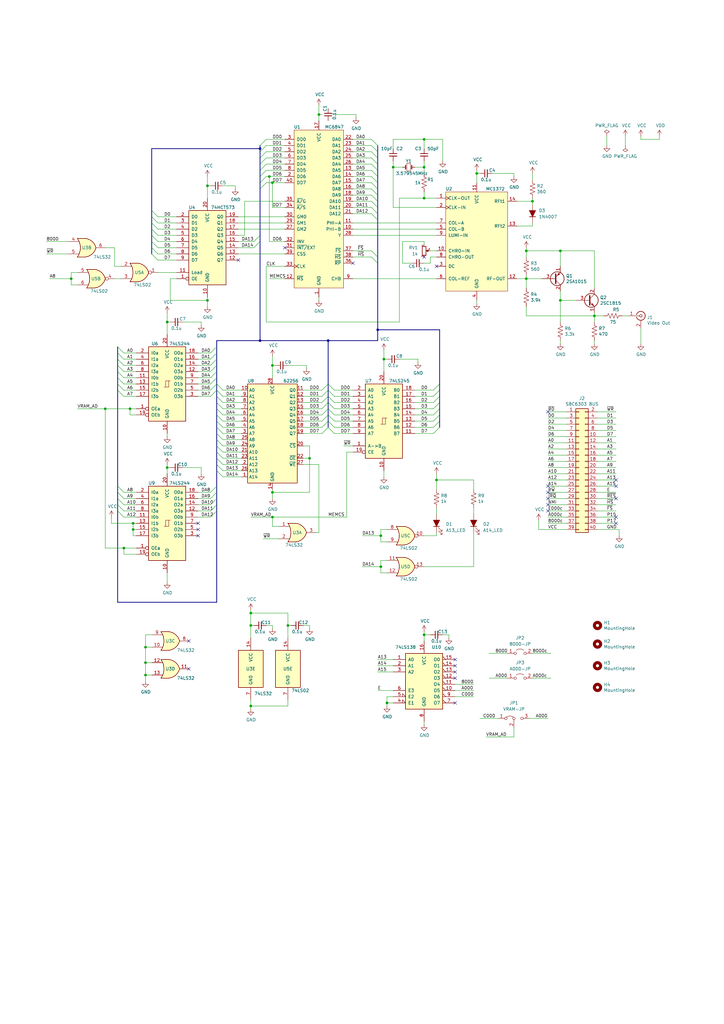
<source format=kicad_sch>
(kicad_sch (version 20211123) (generator eeschema)
  (paper "A3" portrait)
  (title_block (title "MC6847 Video Board for SBC68xx ") (date "2020-08-25") (rev "1") (company "KUNI-NET"))
  (junction (at 229.87 123.19))
  (junction (at 173.99 68.58))
  (junction (at 179.07 196.85))
  (junction (at 134.62 139.7))
  (junction (at 154.94 135.255))
  (junction (at 68.58 191.77))
  (junction (at 215.9 102.87))
  (junction (at 130.81 46.99))
  (junction (at 158.75 288.29))
  (junction (at 157.48 147.32))
  (junction (at 106.68 60.96))
  (junction (at 43.18 167.64))
  (junction (at 59.69 271.78))
  (junction (at 106.68 139.7))
  (junction (at 111.76 212.09))
  (junction (at 218.44 82.55))
  (junction (at 215.9 114.3))
  (junction (at 156.21 219.71))
  (junction (at 29.21 114.3))
  (junction (at 68.58 132.08))
  (junction (at 110.49 72.39))
  (junction (at 111.76 149.86))
  (junction (at 85.09 76.2))
  (junction (at 111.76 74.93))
  (junction (at 229.87 102.87))
  (junction (at 50.8 224.79))
  (junction (at 54.61 217.17))
  (junction (at 243.84 129.54))
  (junction (at 59.69 276.86))
  (junction (at 156.21 232.41))
  (junction (at 195.58 71.12))
  (junction (at 85.09 123.19))
  (junction (at 102.87 251.46))
  (junction (at 127 187.96))
  (junction (at 59.69 265.43))
  (junction (at 161.29 68.58))
  (junction (at 173.99 81.28))
  (junction (at 54.61 214.63))
  (junction (at 173.99 57.15))
  (junction (at 102.87 289.56))
  (junction (at 53.34 167.64))
  (junction (at 173.99 260.35))
  (junction (at 118.11 256.54))
  (junction (at 111.76 201.93))
  (junction (at 102.87 256.54))
  (no_connect (at 186.69 275.59))
  (no_connect (at 252.73 204.47))
  (no_connect (at 224.79 201.93))
  (no_connect (at 81.28 214.63))
  (no_connect (at 186.69 278.13))
  (no_connect (at 224.79 209.55))
  (no_connect (at 186.69 288.29))
  (no_connect (at 77.47 262.89))
  (no_connect (at 252.73 199.39))
  (no_connect (at 77.47 274.32))
  (no_connect (at 252.73 196.85))
  (no_connect (at 186.69 273.05))
  (no_connect (at 81.28 217.17))
  (no_connect (at 97.79 106.68))
  (no_connect (at 173.99 105.41))
  (no_connect (at 224.79 207.01))
  (no_connect (at 224.79 199.39))
  (no_connect (at 224.79 168.91))
  (no_connect (at 224.79 204.47))
  (no_connect (at 144.78 107.95))
  (no_connect (at 186.69 270.51))
  (no_connect (at 116.84 101.6))
  (no_connect (at 179.07 109.22))
  (no_connect (at 252.73 214.63))
  (no_connect (at 81.28 219.71))
  (no_connect (at 252.73 212.09))
  (bus_entry (at 86.36 144.78) (size 2.54 -2.54))
  (bus_entry (at 86.36 162.56) (size 2.54 -2.54))
  (bus_entry (at 88.9 157.48) (size 2.54 2.54))
  (bus_entry (at 88.9 177.8) (size 2.54 2.54))
  (bus_entry (at 88.9 180.34) (size 2.54 2.54))
  (bus_entry (at 134.62 172.72) (size 2.54 2.54))
  (bus_entry (at 177.8 167.64) (size 2.54 -2.54))
  (bus_entry (at 134.62 175.26) (size 2.54 2.54))
  (bus_entry (at 152.4 72.39) (size 2.54 2.54))
  (bus_entry (at 48.26 152.4) (size 2.54 2.54))
  (bus_entry (at 152.4 87.63) (size 2.54 2.54))
  (bus_entry (at 86.36 147.32) (size 2.54 -2.54))
  (bus_entry (at 62.23 88.9) (size 2.54 2.54))
  (bus_entry (at 177.8 170.18) (size 2.54 -2.54))
  (bus_entry (at 86.36 204.47) (size 2.54 -2.54))
  (bus_entry (at 132.08 170.18) (size 2.54 -2.54))
  (bus_entry (at 177.8 165.1) (size 2.54 -2.54))
  (bus_entry (at 88.9 190.5) (size 2.54 2.54))
  (bus_entry (at 88.9 167.64) (size 2.54 2.54))
  (bus_entry (at 62.23 91.44) (size 2.54 2.54))
  (bus_entry (at 86.36 207.01) (size 2.54 -2.54))
  (bus_entry (at 62.23 104.14) (size 2.54 2.54))
  (bus_entry (at 86.36 212.09) (size 2.54 -2.54))
  (bus_entry (at 48.26 209.55) (size 2.54 2.54))
  (bus_entry (at 48.26 157.48) (size 2.54 2.54))
  (bus_entry (at 88.9 175.26) (size 2.54 2.54))
  (bus_entry (at 152.4 80.01) (size 2.54 2.54))
  (bus_entry (at 177.8 160.02) (size 2.54 -2.54))
  (bus_entry (at 104.14 99.06) (size 2.54 -2.54))
  (bus_entry (at 152.4 62.23) (size 2.54 2.54))
  (bus_entry (at 106.68 77.47) (size 2.54 -2.54))
  (bus_entry (at 62.23 99.06) (size 2.54 2.54))
  (bus_entry (at 62.23 101.6) (size 2.54 2.54))
  (bus_entry (at 88.9 185.42) (size 2.54 2.54))
  (bus_entry (at 88.9 160.02) (size 2.54 2.54))
  (bus_entry (at 106.68 64.77) (size 2.54 -2.54))
  (bus_entry (at 177.8 175.26) (size 2.54 -2.54))
  (bus_entry (at 152.4 69.85) (size 2.54 2.54))
  (bus_entry (at 134.62 162.56) (size 2.54 2.54))
  (bus_entry (at 48.26 154.94) (size 2.54 2.54))
  (bus_entry (at 106.68 72.39) (size 2.54 -2.54))
  (bus_entry (at 177.8 172.72) (size 2.54 -2.54))
  (bus_entry (at 48.26 201.93) (size 2.54 2.54))
  (bus_entry (at 62.23 86.36) (size 2.54 2.54))
  (bus_entry (at 132.08 177.8) (size 2.54 -2.54))
  (bus_entry (at 48.26 147.32) (size 2.54 2.54))
  (bus_entry (at 48.26 160.02) (size 2.54 2.54))
  (bus_entry (at 132.08 175.26) (size 2.54 -2.54))
  (bus_entry (at 106.68 74.93) (size 2.54 -2.54))
  (bus_entry (at 48.26 199.39) (size 2.54 2.54))
  (bus_entry (at 88.9 193.04) (size 2.54 2.54))
  (bus_entry (at 104.14 101.6) (size 2.54 -2.54))
  (bus_entry (at 152.4 57.15) (size 2.54 2.54))
  (bus_entry (at 134.62 165.1) (size 2.54 2.54))
  (bus_entry (at 152.4 59.69) (size 2.54 2.54))
  (bus_entry (at 88.9 170.18) (size 2.54 2.54))
  (bus_entry (at 86.36 209.55) (size 2.54 -2.54))
  (bus_entry (at 177.8 177.8) (size 2.54 -2.54))
  (bus_entry (at 152.4 64.77) (size 2.54 2.54))
  (bus_entry (at 134.62 157.48) (size 2.54 2.54))
  (bus_entry (at 62.23 96.52) (size 2.54 2.54))
  (bus_entry (at 177.8 162.56) (size 2.54 -2.54))
  (bus_entry (at 88.9 162.56) (size 2.54 2.54))
  (bus_entry (at 132.08 165.1) (size 2.54 -2.54))
  (bus_entry (at 152.4 67.31) (size 2.54 2.54))
  (bus_entry (at 106.68 59.69) (size 2.54 -2.54))
  (bus_entry (at 134.62 160.02) (size 2.54 2.54))
  (bus_entry (at 152.4 74.93) (size 2.54 2.54))
  (bus_entry (at 106.68 69.85) (size 2.54 -2.54))
  (bus_entry (at 132.08 160.02) (size 2.54 -2.54))
  (bus_entry (at 106.68 67.31) (size 2.54 -2.54))
  (bus_entry (at 48.26 204.47) (size 2.54 2.54))
  (bus_entry (at 62.23 93.98) (size 2.54 2.54))
  (bus_entry (at 152.4 77.47) (size 2.54 2.54))
  (bus_entry (at 152.4 105.41) (size 2.54 2.54))
  (bus_entry (at 152.4 102.87) (size 2.54 2.54))
  (bus_entry (at 152.4 82.55) (size 2.54 2.54))
  (bus_entry (at 88.9 165.1) (size 2.54 2.54))
  (bus_entry (at 106.68 62.23) (size 2.54 -2.54))
  (bus_entry (at 86.36 157.48) (size 2.54 -2.54))
  (bus_entry (at 86.36 154.94) (size 2.54 -2.54))
  (bus_entry (at 48.26 144.78) (size 2.54 2.54))
  (bus_entry (at 48.26 207.01) (size 2.54 2.54))
  (bus_entry (at 48.26 142.24) (size 2.54 2.54))
  (bus_entry (at 86.36 201.93) (size 2.54 -2.54))
  (bus_entry (at 88.9 187.96) (size 2.54 2.54))
  (bus_entry (at 88.9 172.72) (size 2.54 2.54))
  (bus_entry (at 132.08 167.64) (size 2.54 -2.54))
  (bus_entry (at 132.08 162.56) (size 2.54 -2.54))
  (bus_entry (at 48.26 149.86) (size 2.54 2.54))
  (bus_entry (at 152.4 85.09) (size 2.54 2.54))
  (bus_entry (at 132.08 172.72) (size 2.54 -2.54))
  (bus_entry (at 88.9 182.88) (size 2.54 2.54))
  (bus_entry (at 134.62 170.18) (size 2.54 2.54))
  (bus_entry (at 86.36 152.4) (size 2.54 -2.54))
  (bus_entry (at 134.62 167.64) (size 2.54 2.54))
  (bus_entry (at 86.36 160.02) (size 2.54 -2.54))
  (bus_entry (at 86.36 149.86) (size 2.54 -2.54))
  (wire (pts (xy 194.31 232.41) (xy 173.99 232.41)))
  (wire (pts (xy 148.59 219.71) (xy 156.21 219.71)))
  (wire (pts (xy 144.78 80.01) (xy 152.4 80.01)))
  (wire (pts (xy 110.49 99.06) (xy 110.49 72.39)))
  (bus (pts (xy 180.34 170.18) (xy 180.34 172.72)))
  (wire (pts (xy 173.99 57.15) (xy 173.99 60.96)))
  (wire (pts (xy 229.87 102.87) (xy 229.87 109.22)))
  (wire (pts (xy 91.44 195.58) (xy 99.06 195.58)))
  (bus (pts (xy 88.9 157.48) (xy 88.9 160.02)))
  (wire (pts (xy 200.66 267.97) (xy 208.28 267.97)))
  (wire (pts (xy 124.46 170.18) (xy 132.08 170.18)))
  (wire (pts (xy 137.16 46.99) (xy 146.05 46.99)))
  (wire (pts (xy 243.84 129.54) (xy 243.84 132.08)))
  (bus (pts (xy 88.9 147.32) (xy 88.9 149.86)))
  (wire (pts (xy 245.11 209.55) (xy 252.73 209.55)))
  (bus (pts (xy 48.26 149.86) (xy 48.26 152.4)))
  (wire (pts (xy 54.61 214.63) (xy 54.61 217.17)))
  (wire (pts (xy 245.11 168.91) (xy 252.73 168.91)))
  (wire (pts (xy 124.46 160.02) (xy 132.08 160.02)))
  (wire (pts (xy 81.28 160.02) (xy 86.36 160.02)))
  (wire (pts (xy 118.11 251.46) (xy 118.11 256.54)))
  (bus (pts (xy 88.9 185.42) (xy 88.9 187.96)))
  (wire (pts (xy 186.69 285.75) (xy 194.31 285.75)))
  (wire (pts (xy 102.87 251.46) (xy 118.11 251.46)))
  (bus (pts (xy 88.9 139.7) (xy 88.9 142.24)))
  (wire (pts (xy 91.44 185.42) (xy 99.06 185.42)))
  (wire (pts (xy 173.99 57.15) (xy 181.61 57.15)))
  (wire (pts (xy 215.9 113.03) (xy 215.9 114.3)))
  (wire (pts (xy 173.99 81.28) (xy 179.07 81.28)))
  (wire (pts (xy 154.94 270.51) (xy 161.29 270.51)))
  (wire (pts (xy 224.79 189.23) (xy 232.41 189.23)))
  (wire (pts (xy 210.82 298.45) (xy 210.82 302.26)))
  (bus (pts (xy 88.9 177.8) (xy 88.9 180.34)))
  (wire (pts (xy 111.76 215.9) (xy 114.3 215.9)))
  (wire (pts (xy 245.11 207.01) (xy 252.73 207.01)))
  (wire (pts (xy 220.98 217.17) (xy 232.41 217.17)))
  (wire (pts (xy 46.99 114.3) (xy 49.53 114.3)))
  (wire (pts (xy 179.07 219.71) (xy 179.07 218.44)))
  (wire (pts (xy 91.44 160.02) (xy 99.06 160.02)))
  (wire (pts (xy 109.22 64.77) (xy 116.84 64.77)))
  (wire (pts (xy 137.16 170.18) (xy 144.78 170.18)))
  (wire (pts (xy 64.77 99.06) (xy 72.39 99.06)))
  (bus (pts (xy 180.34 172.72) (xy 180.34 175.26)))
  (wire (pts (xy 64.77 91.44) (xy 72.39 91.44)))
  (wire (pts (xy 215.9 125.73) (xy 215.9 129.54)))
  (wire (pts (xy 196.85 294.64) (xy 204.47 294.64)))
  (wire (pts (xy 173.99 78.74) (xy 173.99 81.28)))
  (bus (pts (xy 154.94 69.85) (xy 154.94 72.39)))
  (wire (pts (xy 243.84 129.54) (xy 247.65 129.54)))
  (bus (pts (xy 88.9 204.47) (xy 88.9 207.01)))
  (wire (pts (xy 102.87 289.56) (xy 118.11 289.56)))
  (bus (pts (xy 154.94 64.77) (xy 154.94 67.31)))
  (bus (pts (xy 88.9 175.26) (xy 88.9 177.8)))
  (bus (pts (xy 106.68 77.47) (xy 106.68 96.52)))
  (wire (pts (xy 176.53 107.95) (xy 176.53 105.41)))
  (wire (pts (xy 179.07 196.85) (xy 194.31 196.85)))
  (wire (pts (xy 245.11 214.63) (xy 252.73 214.63)))
  (wire (pts (xy 161.29 66.04) (xy 161.29 68.58)))
  (wire (pts (xy 181.61 260.35) (xy 184.15 260.35)))
  (wire (pts (xy 144.78 77.47) (xy 152.4 77.47)))
  (bus (pts (xy 88.9 149.86) (xy 88.9 152.4)))
  (wire (pts (xy 91.44 190.5) (xy 99.06 190.5)))
  (wire (pts (xy 59.69 271.78) (xy 59.69 265.43)))
  (wire (pts (xy 130.81 190.5) (xy 130.81 218.44)))
  (bus (pts (xy 48.26 201.93) (xy 48.26 204.47)))
  (wire (pts (xy 59.69 276.86) (xy 59.69 271.78)))
  (bus (pts (xy 154.94 107.95) (xy 154.94 135.255)))
  (wire (pts (xy 224.79 204.47) (xy 232.41 204.47)))
  (wire (pts (xy 91.44 182.88) (xy 99.06 182.88)))
  (bus (pts (xy 134.62 170.18) (xy 134.62 172.72)))
  (wire (pts (xy 72.39 114.3) (xy 69.85 114.3)))
  (bus (pts (xy 48.26 160.02) (xy 48.26 199.39)))
  (bus (pts (xy 180.34 160.02) (xy 180.34 162.56)))
  (wire (pts (xy 170.18 170.18) (xy 177.8 170.18)))
  (wire (pts (xy 144.78 96.52) (xy 179.07 96.52)))
  (wire (pts (xy 59.69 279.4) (xy 59.69 276.86)))
  (bus (pts (xy 154.94 135.255) (xy 154.94 139.7)))
  (wire (pts (xy 102.87 251.46) (xy 102.87 256.54)))
  (wire (pts (xy 74.93 132.08) (xy 82.55 132.08)))
  (wire (pts (xy 124.46 187.96) (xy 127 187.96)))
  (wire (pts (xy 137.16 175.26) (xy 144.78 175.26)))
  (wire (pts (xy 163.83 147.32) (xy 171.45 147.32)))
  (wire (pts (xy 144.78 85.09) (xy 152.4 85.09)))
  (wire (pts (xy 245.11 199.39) (xy 252.73 199.39)))
  (wire (pts (xy 217.17 294.64) (xy 224.79 294.64)))
  (wire (pts (xy 157.48 143.51) (xy 157.48 147.32)))
  (bus (pts (xy 48.26 154.94) (xy 48.26 157.48)))
  (bus (pts (xy 88.9 167.64) (xy 88.9 170.18)))
  (wire (pts (xy 173.99 99.06) (xy 173.99 100.33)))
  (wire (pts (xy 111.76 146.05) (xy 111.76 149.86)))
  (wire (pts (xy 144.78 91.44) (xy 179.07 91.44)))
  (wire (pts (xy 165.1 99.06) (xy 165.1 107.95)))
  (bus (pts (xy 154.94 80.01) (xy 154.94 82.55)))
  (wire (pts (xy 158.75 288.29) (xy 161.29 288.29)))
  (wire (pts (xy 229.87 123.19) (xy 229.87 132.08)))
  (wire (pts (xy 229.87 119.38) (xy 229.87 123.19)))
  (bus (pts (xy 88.9 139.7) (xy 106.68 139.7)))
  (wire (pts (xy 109.22 256.54) (xy 111.76 256.54)))
  (bus (pts (xy 62.23 60.96) (xy 62.23 86.36)))
  (wire (pts (xy 81.28 207.01) (xy 86.36 207.01)))
  (bus (pts (xy 48.26 144.78) (xy 48.26 147.32)))
  (bus (pts (xy 62.23 91.44) (xy 62.23 93.98)))
  (wire (pts (xy 118.11 287.02) (xy 118.11 289.56)))
  (bus (pts (xy 48.26 207.01) (xy 48.26 209.55)))
  (wire (pts (xy 91.44 177.8) (xy 99.06 177.8)))
  (wire (pts (xy 109.22 69.85) (xy 116.84 69.85)))
  (wire (pts (xy 215.9 102.87) (xy 229.87 102.87)))
  (wire (pts (xy 142.24 185.42) (xy 142.24 212.09)))
  (wire (pts (xy 81.28 201.93) (xy 86.36 201.93)))
  (bus (pts (xy 106.68 67.31) (xy 106.68 69.85)))
  (bus (pts (xy 62.23 88.9) (xy 62.23 91.44)))
  (wire (pts (xy 144.78 185.42) (xy 142.24 185.42)))
  (wire (pts (xy 144.78 62.23) (xy 152.4 62.23)))
  (wire (pts (xy 156.21 222.25) (xy 158.75 222.25)))
  (wire (pts (xy 50.8 204.47) (xy 55.88 204.47)))
  (wire (pts (xy 170.18 160.02) (xy 177.8 160.02)))
  (wire (pts (xy 245.11 191.77) (xy 252.73 191.77)))
  (wire (pts (xy 81.28 204.47) (xy 86.36 204.47)))
  (bus (pts (xy 88.9 144.78) (xy 88.9 147.32)))
  (wire (pts (xy 170.18 68.58) (xy 173.99 68.58)))
  (wire (pts (xy 144.78 102.87) (xy 152.4 102.87)))
  (wire (pts (xy 109.22 59.69) (xy 116.84 59.69)))
  (wire (pts (xy 64.77 106.68) (xy 72.39 106.68)))
  (wire (pts (xy 224.79 181.61) (xy 232.41 181.61)))
  (wire (pts (xy 110.49 114.3) (xy 116.84 114.3)))
  (bus (pts (xy 180.34 162.56) (xy 180.34 165.1)))
  (wire (pts (xy 50.8 157.48) (xy 55.88 157.48)))
  (wire (pts (xy 245.11 181.61) (xy 252.73 181.61)))
  (bus (pts (xy 106.68 99.06) (xy 106.68 139.7)))
  (wire (pts (xy 158.75 229.87) (xy 156.21 229.87)))
  (wire (pts (xy 215.9 114.3) (xy 222.25 114.3)))
  (wire (pts (xy 245.11 201.93) (xy 252.73 201.93)))
  (wire (pts (xy 69.85 114.3) (xy 69.85 123.19)))
  (wire (pts (xy 195.58 123.19) (xy 195.58 124.46)))
  (wire (pts (xy 54.61 217.17) (xy 54.61 219.71)))
  (wire (pts (xy 144.78 72.39) (xy 152.4 72.39)))
  (bus (pts (xy 106.68 139.7) (xy 134.62 139.7)))
  (wire (pts (xy 200.66 278.13) (xy 208.28 278.13)))
  (wire (pts (xy 170.18 177.8) (xy 177.8 177.8)))
  (wire (pts (xy 54.61 219.71) (xy 55.88 219.71)))
  (wire (pts (xy 195.58 69.85) (xy 195.58 71.12)))
  (wire (pts (xy 127 256.54) (xy 127 257.81)))
  (wire (pts (xy 215.9 102.87) (xy 215.9 105.41)))
  (wire (pts (xy 229.87 123.19) (xy 236.22 123.19)))
  (wire (pts (xy 210.82 71.12) (xy 210.82 72.39)))
  (wire (pts (xy 158.75 288.29) (xy 158.75 289.56)))
  (wire (pts (xy 262.89 55.88) (xy 262.89 57.15)))
  (wire (pts (xy 224.79 176.53) (xy 232.41 176.53)))
  (wire (pts (xy 195.58 71.12) (xy 196.85 71.12)))
  (wire (pts (xy 62.23 276.86) (xy 59.69 276.86)))
  (wire (pts (xy 163.83 81.28) (xy 163.83 132.08)))
  (wire (pts (xy 81.28 154.94) (xy 86.36 154.94)))
  (wire (pts (xy 156.21 219.71) (xy 156.21 222.25)))
  (wire (pts (xy 224.79 191.77) (xy 232.41 191.77)))
  (wire (pts (xy 81.28 212.09) (xy 86.36 212.09)))
  (wire (pts (xy 173.99 107.95) (xy 176.53 107.95)))
  (wire (pts (xy 215.9 101.6) (xy 215.9 102.87)))
  (wire (pts (xy 224.79 194.31) (xy 232.41 194.31)))
  (wire (pts (xy 173.99 219.71) (xy 179.07 219.71)))
  (wire (pts (xy 62.23 271.78) (xy 59.69 271.78)))
  (bus (pts (xy 134.62 172.72) (xy 134.62 175.26)))
  (wire (pts (xy 173.99 295.91) (xy 173.99 297.18)))
  (wire (pts (xy 45.72 214.63) (xy 54.61 214.63)))
  (wire (pts (xy 144.78 67.31) (xy 152.4 67.31)))
  (bus (pts (xy 48.26 209.55) (xy 48.26 247.015)))
  (wire (pts (xy 195.58 71.12) (xy 195.58 74.93)))
  (wire (pts (xy 64.77 96.52) (xy 72.39 96.52)))
  (bus (pts (xy 48.26 247.015) (xy 88.9 247.015)))
  (wire (pts (xy 64.77 93.98) (xy 72.39 93.98)))
  (wire (pts (xy 68.58 132.08) (xy 68.58 137.16)))
  (bus (pts (xy 154.94 105.41) (xy 154.94 107.95)))
  (wire (pts (xy 245.11 171.45) (xy 252.73 171.45)))
  (bus (pts (xy 154.94 87.63) (xy 154.94 90.17)))
  (wire (pts (xy 102.87 289.56) (xy 102.87 290.83)))
  (wire (pts (xy 81.28 209.55) (xy 86.36 209.55)))
  (wire (pts (xy 125.73 149.86) (xy 125.73 151.13)))
  (wire (pts (xy 102.87 287.02) (xy 102.87 289.56)))
  (bus (pts (xy 62.23 99.06) (xy 62.23 101.6)))
  (wire (pts (xy 262.89 57.15) (xy 270.51 57.15)))
  (wire (pts (xy 248.92 55.88) (xy 248.92 59.69)))
  (wire (pts (xy 53.34 167.64) (xy 53.34 170.18)))
  (wire (pts (xy 110.49 72.39) (xy 116.84 72.39)))
  (wire (pts (xy 181.61 57.15) (xy 181.61 66.04)))
  (wire (pts (xy 243.84 139.7) (xy 243.84 140.97)))
  (bus (pts (xy 88.9 160.02) (xy 88.9 162.56)))
  (wire (pts (xy 262.89 134.62) (xy 262.89 140.97)))
  (wire (pts (xy 109.22 62.23) (xy 116.84 62.23)))
  (wire (pts (xy 50.8 224.79) (xy 55.88 224.79)))
  (bus (pts (xy 88.9 165.1) (xy 88.9 167.64)))
  (bus (pts (xy 154.94 72.39) (xy 154.94 74.93)))
  (wire (pts (xy 144.78 87.63) (xy 152.4 87.63)))
  (bus (pts (xy 134.62 162.56) (xy 134.62 165.1)))
  (wire (pts (xy 144.78 64.77) (xy 152.4 64.77)))
  (wire (pts (xy 81.28 144.78) (xy 86.36 144.78)))
  (wire (pts (xy 158.75 217.17) (xy 156.21 217.17)))
  (wire (pts (xy 85.09 123.19) (xy 85.09 125.73)))
  (bus (pts (xy 88.9 182.88) (xy 88.9 185.42)))
  (wire (pts (xy 130.81 43.18) (xy 130.81 46.99)))
  (wire (pts (xy 229.87 102.87) (xy 243.84 102.87)))
  (wire (pts (xy 50.8 201.93) (xy 55.88 201.93)))
  (wire (pts (xy 124.46 172.72) (xy 132.08 172.72)))
  (wire (pts (xy 85.09 72.39) (xy 85.09 76.2)))
  (wire (pts (xy 100.33 96.52) (xy 100.33 82.55)))
  (wire (pts (xy 50.8 147.32) (xy 55.88 147.32)))
  (wire (pts (xy 186.69 280.67) (xy 194.31 280.67)))
  (wire (pts (xy 29.21 114.3) (xy 29.21 116.84)))
  (wire (pts (xy 107.95 220.98) (xy 114.3 220.98)))
  (wire (pts (xy 218.44 92.71) (xy 212.09 92.71)))
  (wire (pts (xy 118.11 256.54) (xy 119.38 256.54)))
  (bus (pts (xy 154.94 74.93) (xy 154.94 77.47)))
  (bus (pts (xy 134.62 167.64) (xy 134.62 170.18)))
  (wire (pts (xy 161.29 60.96) (xy 161.29 57.15)))
  (wire (pts (xy 50.8 160.02) (xy 55.88 160.02)))
  (wire (pts (xy 55.88 217.17) (xy 54.61 217.17)))
  (wire (pts (xy 91.44 162.56) (xy 99.06 162.56)))
  (bus (pts (xy 88.9 187.96) (xy 88.9 190.5)))
  (bus (pts (xy 180.34 135.255) (xy 180.34 157.48)))
  (wire (pts (xy 243.84 102.87) (xy 243.84 118.11)))
  (wire (pts (xy 91.44 193.04) (xy 99.06 193.04)))
  (wire (pts (xy 81.28 157.48) (xy 86.36 157.48)))
  (wire (pts (xy 109.22 132.08) (xy 163.83 132.08)))
  (bus (pts (xy 106.68 64.77) (xy 106.68 67.31)))
  (wire (pts (xy 157.48 193.04) (xy 157.48 195.58)))
  (wire (pts (xy 68.58 191.77) (xy 69.85 191.77)))
  (wire (pts (xy 194.31 208.28) (xy 194.31 210.82)))
  (wire (pts (xy 64.77 88.9) (xy 72.39 88.9)))
  (wire (pts (xy 74.93 191.77) (xy 82.55 191.77)))
  (wire (pts (xy 91.44 167.64) (xy 99.06 167.64)))
  (wire (pts (xy 144.78 82.55) (xy 152.4 82.55)))
  (wire (pts (xy 224.79 209.55) (xy 232.41 209.55)))
  (bus (pts (xy 106.68 59.69) (xy 106.68 60.96)))
  (wire (pts (xy 91.44 165.1) (xy 99.06 165.1)))
  (wire (pts (xy 158.75 285.75) (xy 158.75 288.29)))
  (bus (pts (xy 180.34 165.1) (xy 180.34 167.64)))
  (wire (pts (xy 224.79 201.93) (xy 232.41 201.93)))
  (wire (pts (xy 161.29 57.15) (xy 173.99 57.15)))
  (wire (pts (xy 179.07 208.28) (xy 179.07 210.82)))
  (wire (pts (xy 97.79 91.44) (xy 116.84 91.44)))
  (bus (pts (xy 62.23 93.98) (xy 62.23 96.52)))
  (wire (pts (xy 97.79 96.52) (xy 100.33 96.52)))
  (wire (pts (xy 43.18 224.79) (xy 50.8 224.79)))
  (wire (pts (xy 179.07 102.87) (xy 176.53 102.87)))
  (bus (pts (xy 88.9 142.24) (xy 88.9 144.78)))
  (wire (pts (xy 144.78 114.3) (xy 179.07 114.3)))
  (wire (pts (xy 29.21 111.76) (xy 29.21 114.3)))
  (bus (pts (xy 62.23 86.36) (xy 62.23 88.9)))
  (bus (pts (xy 48.26 157.48) (xy 48.26 160.02)))
  (wire (pts (xy 46.99 101.6) (xy 46.99 109.22)))
  (bus (pts (xy 48.26 152.4) (xy 48.26 154.94)))
  (bus (pts (xy 62.23 101.6) (xy 62.23 104.14)))
  (bus (pts (xy 88.9 172.72) (xy 88.9 175.26)))
  (wire (pts (xy 62.23 265.43) (xy 59.69 265.43)))
  (wire (pts (xy 148.59 232.41) (xy 156.21 232.41)))
  (wire (pts (xy 43.18 101.6) (xy 46.99 101.6)))
  (wire (pts (xy 81.28 147.32) (xy 86.36 147.32)))
  (wire (pts (xy 137.16 160.02) (xy 144.78 160.02)))
  (bus (pts (xy 154.94 77.47) (xy 154.94 80.01)))
  (wire (pts (xy 91.44 76.2) (xy 96.52 76.2)))
  (wire (pts (xy 43.18 167.64) (xy 53.34 167.64)))
  (wire (pts (xy 245.11 196.85) (xy 252.73 196.85)))
  (wire (pts (xy 91.44 170.18) (xy 99.06 170.18)))
  (wire (pts (xy 68.58 190.5) (xy 68.58 191.77)))
  (wire (pts (xy 212.09 82.55) (xy 218.44 82.55)))
  (wire (pts (xy 218.44 278.13) (xy 226.06 278.13)))
  (wire (pts (xy 85.09 76.2) (xy 85.09 81.28)))
  (wire (pts (xy 154.94 275.59) (xy 161.29 275.59)))
  (wire (pts (xy 50.8 154.94) (xy 55.88 154.94)))
  (wire (pts (xy 102.87 250.19) (xy 102.87 251.46)))
  (wire (pts (xy 218.44 267.97) (xy 226.06 267.97)))
  (wire (pts (xy 127 201.93) (xy 111.76 201.93)))
  (wire (pts (xy 96.52 76.2) (xy 96.52 77.47)))
  (bus (pts (xy 48.26 204.47) (xy 48.26 207.01)))
  (wire (pts (xy 245.11 189.23) (xy 252.73 189.23)))
  (wire (pts (xy 170.18 167.64) (xy 177.8 167.64)))
  (bus (pts (xy 154.94 85.09) (xy 154.94 87.63)))
  (wire (pts (xy 130.81 121.92) (xy 130.81 123.19)))
  (wire (pts (xy 179.07 196.85) (xy 179.07 200.66)))
  (bus (pts (xy 88.9 199.39) (xy 88.9 201.93)))
  (wire (pts (xy 254 217.17) (xy 254 219.71)))
  (bus (pts (xy 48.26 142.24) (xy 48.26 144.78)))
  (bus (pts (xy 154.94 135.255) (xy 180.34 135.255)))
  (wire (pts (xy 171.45 147.32) (xy 171.45 148.59)))
  (wire (pts (xy 50.8 209.55) (xy 55.88 209.55)))
  (wire (pts (xy 218.44 82.55) (xy 218.44 83.82)))
  (wire (pts (xy 144.78 74.93) (xy 152.4 74.93)))
  (wire (pts (xy 144.78 57.15) (xy 152.4 57.15)))
  (wire (pts (xy 81.28 152.4) (xy 86.36 152.4)))
  (wire (pts (xy 62.23 260.35) (xy 59.69 260.35)))
  (wire (pts (xy 50.8 152.4) (xy 55.88 152.4)))
  (wire (pts (xy 124.46 182.88) (xy 127 182.88)))
  (wire (pts (xy 59.69 265.43) (xy 59.69 260.35)))
  (wire (pts (xy 91.44 175.26) (xy 99.06 175.26)))
  (wire (pts (xy 173.99 66.04) (xy 173.99 68.58)))
  (wire (pts (xy 68.58 191.77) (xy 68.58 194.31)))
  (wire (pts (xy 245.11 194.31) (xy 252.73 194.31)))
  (wire (pts (xy 165.1 68.58) (xy 161.29 68.58)))
  (wire (pts (xy 224.79 207.01) (xy 232.41 207.01)))
  (wire (pts (xy 220.98 213.36) (xy 220.98 217.17)))
  (wire (pts (xy 100.33 82.55) (xy 116.84 82.55)))
  (bus (pts (xy 106.68 60.96) (xy 106.68 62.23)))
  (bus (pts (xy 134.62 139.7) (xy 154.94 139.7)))
  (wire (pts (xy 118.11 256.54) (xy 118.11 261.62)))
  (bus (pts (xy 134.62 139.7) (xy 134.62 157.48)))
  (bus (pts (xy 88.9 162.56) (xy 88.9 165.1)))
  (bus (pts (xy 106.68 74.93) (xy 106.68 77.47)))
  (wire (pts (xy 215.9 129.54) (xy 243.84 129.54)))
  (wire (pts (xy 111.76 74.93) (xy 116.84 74.93)))
  (wire (pts (xy 50.8 207.01) (xy 55.88 207.01)))
  (wire (pts (xy 19.05 99.06) (xy 27.94 99.06)))
  (wire (pts (xy 176.53 105.41) (xy 179.07 105.41)))
  (wire (pts (xy 161.29 85.09) (xy 179.07 85.09)))
  (wire (pts (xy 165.1 99.06) (xy 173.99 99.06)))
  (wire (pts (xy 173.99 260.35) (xy 176.53 260.35)))
  (wire (pts (xy 194.31 196.85) (xy 194.31 200.66)))
  (wire (pts (xy 109.22 74.93) (xy 111.76 74.93)))
  (wire (pts (xy 130.81 46.99) (xy 132.08 46.99)))
  (wire (pts (xy 146.05 46.99) (xy 146.05 48.26)))
  (bus (pts (xy 88.9 193.04) (xy 88.9 199.39)))
  (wire (pts (xy 140.97 182.88) (xy 144.78 182.88)))
  (wire (pts (xy 245.11 217.17) (xy 254 217.17)))
  (wire (pts (xy 91.44 172.72) (xy 99.06 172.72)))
  (wire (pts (xy 163.83 81.28) (xy 173.99 81.28)))
  (wire (pts (xy 43.18 167.64) (xy 43.18 224.79)))
  (wire (pts (xy 127 187.96) (xy 127 201.93)))
  (wire (pts (xy 111.76 149.86) (xy 113.03 149.86)))
  (wire (pts (xy 156.21 217.17) (xy 156.21 219.71)))
  (wire (pts (xy 245.11 212.09) (xy 252.73 212.09)))
  (wire (pts (xy 124.46 177.8) (xy 132.08 177.8)))
  (wire (pts (xy 218.44 81.28) (xy 218.44 82.55)))
  (wire (pts (xy 64.77 111.76) (xy 72.39 111.76)))
  (wire (pts (xy 46.99 109.22) (xy 49.53 109.22)))
  (bus (pts (xy 154.94 67.31) (xy 154.94 69.85)))
  (wire (pts (xy 68.58 128.27) (xy 68.58 132.08)))
  (wire (pts (xy 229.87 139.7) (xy 229.87 140.97)))
  (wire (pts (xy 245.11 184.15) (xy 252.73 184.15)))
  (wire (pts (xy 156.21 234.95) (xy 158.75 234.95)))
  (wire (pts (xy 161.29 285.75) (xy 158.75 285.75)))
  (wire (pts (xy 124.46 190.5) (xy 130.81 190.5)))
  (bus (pts (xy 154.94 90.17) (xy 154.94 105.41)))
  (wire (pts (xy 68.58 177.8) (xy 68.58 179.07)))
  (wire (pts (xy 111.76 201.93) (xy 111.76 204.47)))
  (wire (pts (xy 109.22 72.39) (xy 110.49 72.39)))
  (wire (pts (xy 31.75 167.64) (xy 43.18 167.64)))
  (wire (pts (xy 165.1 107.95) (xy 168.91 107.95)))
  (wire (pts (xy 64.77 104.14) (xy 72.39 104.14)))
  (bus (pts (xy 180.34 157.48) (xy 180.34 160.02)))
  (bus (pts (xy 134.62 165.1) (xy 134.62 167.64)))
  (wire (pts (xy 173.99 68.58) (xy 173.99 71.12)))
  (wire (pts (xy 173.99 259.08) (xy 173.99 260.35)))
  (wire (pts (xy 170.18 162.56) (xy 177.8 162.56)))
  (wire (pts (xy 85.09 121.92) (xy 85.09 123.19)))
  (wire (pts (xy 29.21 116.84) (xy 31.75 116.84)))
  (wire (pts (xy 91.44 187.96) (xy 99.06 187.96)))
  (bus (pts (xy 106.68 72.39) (xy 106.68 74.93)))
  (wire (pts (xy 50.8 144.78) (xy 55.88 144.78)))
  (bus (pts (xy 88.9 180.34) (xy 88.9 182.88)))
  (wire (pts (xy 20.32 114.3) (xy 29.21 114.3)))
  (bus (pts (xy 154.94 59.69) (xy 154.94 62.23)))
  (wire (pts (xy 144.78 69.85) (xy 152.4 69.85)))
  (wire (pts (xy 157.48 147.32) (xy 157.48 152.4)))
  (wire (pts (xy 81.28 162.56) (xy 86.36 162.56)))
  (wire (pts (xy 157.48 147.32) (xy 158.75 147.32)))
  (wire (pts (xy 224.79 179.07) (xy 232.41 179.07)))
  (wire (pts (xy 215.9 114.3) (xy 215.9 118.11)))
  (bus (pts (xy 48.26 199.39) (xy 48.26 201.93)))
  (wire (pts (xy 156.21 232.41) (xy 156.21 234.95)))
  (wire (pts (xy 50.8 162.56) (xy 55.88 162.56)))
  (wire (pts (xy 170.18 165.1) (xy 177.8 165.1)))
  (wire (pts (xy 53.34 167.64) (xy 55.88 167.64)))
  (bus (pts (xy 106.68 69.85) (xy 106.68 72.39)))
  (bus (pts (xy 88.9 170.18) (xy 88.9 172.72)))
  (wire (pts (xy 161.29 68.58) (xy 161.29 85.09)))
  (wire (pts (xy 82.55 132.08) (xy 82.55 133.35)))
  (wire (pts (xy 224.79 196.85) (xy 232.41 196.85)))
  (wire (pts (xy 256.54 55.88) (xy 256.54 59.69)))
  (bus (pts (xy 88.9 247.015) (xy 88.9 209.55)))
  (wire (pts (xy 224.79 168.91) (xy 232.41 168.91)))
  (wire (pts (xy 124.46 162.56) (xy 132.08 162.56)))
  (wire (pts (xy 137.16 162.56) (xy 144.78 162.56)))
  (bus (pts (xy 62.23 96.52) (xy 62.23 99.06)))
  (wire (pts (xy 212.09 114.3) (xy 215.9 114.3)))
  (wire (pts (xy 224.79 171.45) (xy 232.41 171.45)))
  (wire (pts (xy 245.11 179.07) (xy 252.73 179.07)))
  (bus (pts (xy 88.9 154.94) (xy 88.9 157.48)))
  (wire (pts (xy 64.77 101.6) (xy 72.39 101.6)))
  (wire (pts (xy 111.76 85.09) (xy 111.76 74.93)))
  (wire (pts (xy 170.18 172.72) (xy 177.8 172.72)))
  (bus (pts (xy 88.9 201.93) (xy 88.9 204.47)))
  (wire (pts (xy 69.85 123.19) (xy 85.09 123.19)))
  (wire (pts (xy 109.22 57.15) (xy 116.84 57.15)))
  (wire (pts (xy 111.76 256.54) (xy 111.76 257.81)))
  (wire (pts (xy 109.22 109.22) (xy 116.84 109.22)))
  (wire (pts (xy 97.79 88.9) (xy 116.84 88.9)))
  (wire (pts (xy 137.16 165.1) (xy 144.78 165.1)))
  (wire (pts (xy 144.78 59.69) (xy 152.4 59.69)))
  (bus (pts (xy 154.94 62.23) (xy 154.94 64.77)))
  (wire (pts (xy 243.84 129.54) (xy 243.84 128.27)))
  (bus (pts (xy 180.34 167.64) (xy 180.34 170.18)))
  (wire (pts (xy 224.79 184.15) (xy 232.41 184.15)))
  (wire (pts (xy 245.11 204.47) (xy 252.73 204.47)))
  (bus (pts (xy 88.9 152.4) (xy 88.9 154.94)))
  (wire (pts (xy 50.8 212.09) (xy 55.88 212.09)))
  (wire (pts (xy 218.44 91.44) (xy 218.44 92.71)))
  (wire (pts (xy 173.99 260.35) (xy 173.99 262.89)))
  (wire (pts (xy 68.58 234.95) (xy 68.58 238.76)))
  (wire (pts (xy 137.16 167.64) (xy 144.78 167.64)))
  (bus (pts (xy 48.26 147.32) (xy 48.26 149.86)))
  (wire (pts (xy 170.18 175.26) (xy 177.8 175.26)))
  (wire (pts (xy 111.76 212.09) (xy 111.76 215.9)))
  (wire (pts (xy 224.79 199.39) (xy 232.41 199.39)))
  (wire (pts (xy 68.58 132.08) (xy 69.85 132.08)))
  (bus (pts (xy 88.9 190.5) (xy 88.9 193.04)))
  (wire (pts (xy 218.44 73.66) (xy 218.44 71.12)))
  (bus (pts (xy 154.94 82.55) (xy 154.94 85.09)))
  (wire (pts (xy 111.76 200.66) (xy 111.76 201.93)))
  (wire (pts (xy 111.76 149.86) (xy 111.76 154.94)))
  (wire (pts (xy 127 182.88) (xy 127 187.96)))
  (wire (pts (xy 50.8 224.79) (xy 50.8 227.33)))
  (wire (pts (xy 111.76 212.09) (xy 142.24 212.09)))
  (wire (pts (xy 19.05 104.14) (xy 27.94 104.14)))
  (wire (pts (xy 245.11 186.69) (xy 252.73 186.69)))
  (wire (pts (xy 224.79 214.63) (xy 232.41 214.63)))
  (wire (pts (xy 201.93 71.12) (xy 210.82 71.12)))
  (wire (pts (xy 53.34 170.18) (xy 55.88 170.18)))
  (wire (pts (xy 194.31 218.44) (xy 194.31 232.41)))
  (wire (pts (xy 186.69 283.21) (xy 194.31 283.21)))
  (wire (pts (xy 224.79 212.09) (xy 232.41 212.09)))
  (wire (pts (xy 245.11 173.99) (xy 252.73 173.99)))
  (wire (pts (xy 110.49 99.06) (xy 116.84 99.06)))
  (wire (pts (xy 270.51 57.15) (xy 270.51 55.88)))
  (wire (pts (xy 154.94 283.21) (xy 161.29 283.21)))
  (bus (pts (xy 106.68 60.96) (xy 62.23 60.96)))
  (wire (pts (xy 124.46 175.26) (xy 132.08 175.26)))
  (wire (pts (xy 199.39 302.26) (xy 210.82 302.26)))
  (wire (pts (xy 124.46 165.1) (xy 132.08 165.1)))
  (wire (pts (xy 224.79 186.69) (xy 232.41 186.69)))
  (wire (pts (xy 97.79 99.06) (xy 104.14 99.06)))
  (wire (pts (xy 156.21 229.87) (xy 156.21 232.41)))
  (wire (pts (xy 102.87 256.54) (xy 104.14 256.54)))
  (wire (pts (xy 184.15 260.35) (xy 184.15 261.62)))
  (wire (pts (xy 224.79 173.99) (xy 232.41 173.99)))
  (wire (pts (xy 55.88 214.63) (xy 54.61 214.63)))
  (bus (pts (xy 134.62 160.02) (xy 134.62 162.56)))
  (wire (pts (xy 118.11 149.86) (xy 125.73 149.86)))
  (bus (pts (xy 106.68 96.52) (xy 106.68 99.06)))
  (wire (pts (xy 255.27 129.54) (xy 257.81 129.54)))
  (bus (pts (xy 88.9 207.01) (xy 88.9 209.55)))
  (bus (pts (xy 134.62 157.48) (xy 134.62 160.02)))
  (wire (pts (xy 97.79 104.14) (xy 116.84 104.14)))
  (wire (pts (xy 50.8 149.86) (xy 55.88 149.86)))
  (wire (pts (xy 130.81 46.99) (xy 130.81 49.53)))
  (wire (pts (xy 111.76 85.09) (xy 116.84 85.09)))
  (wire (pts (xy 109.22 67.31) (xy 116.84 67.31)))
  (wire (pts (xy 130.81 218.44) (xy 129.54 218.44)))
  (wire (pts (xy 154.94 273.05) (xy 161.29 273.05)))
  (wire (pts (xy 137.16 172.72) (xy 144.78 172.72)))
  (wire (pts (xy 97.79 93.98) (xy 116.84 93.98)))
  (wire (pts (xy 102.87 212.09) (xy 111.76 212.09)))
  (wire (pts (xy 97.79 101.6) (xy 104.14 101.6)))
  (wire (pts (xy 85.09 76.2) (xy 86.36 76.2)))
  (wire (pts (xy 124.46 167.64) (xy 132.08 167.64)))
  (wire (pts (xy 50.8 227.33) (xy 55.88 227.33)))
  (wire (pts (xy 31.75 111.76) (xy 29.21 111.76)))
  (wire (pts (xy 124.46 256.54) (xy 127 256.54)))
  (wire (pts (xy 144.78 93.98) (xy 179.07 93.98)))
  (bus (pts (xy 106.68 62.23) (xy 106.68 64.77)))
  (wire (pts (xy 102.87 256.54) (xy 102.87 261.62)))
  (wire (pts (xy 245.11 176.53) (xy 252.73 176.53)))
  (wire (pts (xy 91.44 180.34) (xy 99.06 180.34)))
  (wire (pts (xy 144.78 105.41) (xy 152.4 105.41)))
  (wire (pts (xy 109.22 109.22) (xy 109.22 132.08)))
  (wire (pts (xy 81.28 149.86) (xy 86.36 149.86)))
  (wire (pts (xy 137.16 177.8) (xy 144.78 177.8)))
  (wire (pts (xy 45.72 212.09) (xy 45.72 214.63)))
  (wire (pts (xy 82.55 191.77) (xy 82.55 194.31)))
  (wire (pts (xy 179.07 194.31) (xy 179.07 196.85)))
  (label "8000" (at 19.05 99.06 0))
  (label "A4" (at 52.07 154.94 0))
  (label "DA7" (at 146.05 74.93 0))
  (label "DA6" (at 92.71 175.26 0))
  (label "D1" (at 172.72 162.56 0))
  (label "VRAM_AD" (at 31.75 167.64 0))
  (label "DA1" (at 92.71 162.56 0))
  (label "DA0" (at 82.55 144.78 0))
  (label "DD6" (at 111.76 99.06 0))
  (label "DD0" (at 111.76 57.15 0))
  (label "DA11" (at 146.05 85.09 0))
  (label "DD1" (at 111.76 59.69 0))
  (label "A7" (at 52.07 162.56 0))
  (label "A14" (at 154.94 273.05 0))
  (label "DA14" (at 92.71 195.58 0))
  (label "DD3" (at 139.7 167.64 0))
  (label "A11" (at 248.92 194.31 0))
  (label "DD1" (at 127 162.56 0))
  (label "D7" (at 67.31 106.68 0))
  (label "D1" (at 248.92 171.45 0))
  (label "A000" (at 219.71 294.64 0))
  (label "DA4" (at 82.55 154.94 0))
  (label "A0" (at 52.07 144.78 0))
  (label "NMI" (at 224.79 207.01 0))
  (label "DA6" (at 146.05 72.39 0))
  (label "D4" (at 172.72 170.18 0))
  (label "D0" (at 224.79 171.45 0))
  (label "DD5" (at 111.76 69.85 0))
  (label "D6" (at 172.72 175.26 0))
  (label "~{WR}" (at 248.92 168.91 0))
  (label "DA10" (at 82.55 207.01 0))
  (label "A8" (at 224.79 191.77 0))
  (label "DA3" (at 82.55 152.4 0))
  (label "E" (at 154.94 283.21 0))
  (label "A12" (at 52.07 212.09 0))
  (label "~{RD}" (at 224.79 168.91 0))
  (label "DD2" (at 139.7 165.1 0))
  (label "MEMCS" (at 110.49 114.3 0))
  (label "DA0" (at 92.71 160.02 0))
  (label "A6" (at 52.07 160.02 0))
  (label "DA8" (at 92.71 180.34 0))
  (label "A1" (at 52.07 147.32 0))
  (label "DA13" (at 99.06 99.06 0))
  (label "~{IRQ}" (at 224.79 204.47 0))
  (label "DA3" (at 92.71 167.64 0))
  (label "P15" (at 248.92 212.09 0))
  (label "A13" (at 248.92 196.85 0))
  (label "C000" (at 189.23 285.75 0))
  (label "DA9" (at 146.05 80.01 0))
  (label "A12" (at 224.79 196.85 0))
  (label "D2" (at 67.31 93.98 0))
  (label "D4" (at 67.31 99.06 0))
  (label "DD3" (at 111.76 64.77 0))
  (label "D1" (at 67.31 91.44 0))
  (label "DA4" (at 146.05 67.31 0))
  (label "A3" (at 52.07 152.4 0))
  (label "E" (at 248.92 201.93 0))
  (label "~{HS}" (at 248.92 207.01 0))
  (label "DA14" (at 148.59 232.41 0))
  (label "D4" (at 224.79 176.53 0))
  (label "~{WR}" (at 140.97 182.88 0))
  (label "A3" (at 248.92 184.15 0))
  (label "D2" (at 224.79 173.99 0))
  (label "A5" (at 52.07 157.48 0))
  (label "DD1" (at 139.7 162.56 0))
  (label "~{WR}" (at 107.95 220.98 0))
  (label "DD2" (at 111.76 62.23 0))
  (label "DA12" (at 82.55 212.09 0))
  (label "DD7" (at 111.76 85.09 0))
  (label "A7" (at 248.92 189.23 0))
  (label "DA12" (at 92.71 190.5 0))
  (label "8000c" (at 218.44 267.97 0))
  (label "D0" (at 172.72 160.02 0))
  (label "D3" (at 248.92 173.99 0))
  (label "DD6" (at 139.7 175.26 0))
  (label "DA14" (at 99.06 101.6 0))
  (label "DA9" (at 82.55 204.47 0))
  (label "DA10" (at 146.05 82.55 0))
  (label "D6" (at 67.31 104.14 0))
  (label "D2" (at 172.72 165.1 0))
  (label "DA2" (at 92.71 165.1 0))
  (label "A10" (at 224.79 194.31 0))
  (label "DA2" (at 146.05 62.23 0))
  (label "A5" (at 248.92 186.69 0))
  (label "A2" (at 52.07 149.86 0))
  (label "VRAM_AD" (at 102.87 212.09 0))
  (label "8000" (at 189.23 280.67 0))
  (label "GND" (at 248.92 217.17 0))
  (label "A15" (at 248.92 199.39 0))
  (label "D6" (at 224.79 179.07 0))
  (label "A10" (at 52.07 207.01 0))
  (label "P17" (at 248.92 214.63 0))
  (label "A9" (at 52.07 204.47 0))
  (label "DA3" (at 146.05 64.77 0))
  (label "D5" (at 172.72 172.72 0))
  (label "DD2" (at 127 165.1 0))
  (label "A14" (at 224.79 199.39 0))
  (label "A8" (at 20.32 114.3 0))
  (label "8000" (at 203.2 267.97 0))
  (label "D5" (at 67.31 101.6 0))
  (label "A6" (at 224.79 189.23 0))
  (label "DD5" (at 139.7 172.72 0))
  (label "DA4" (at 92.71 170.18 0))
  (label "DD6" (at 127 175.26 0))
  (label "C000" (at 198.12 294.64 0))
  (label "DA1" (at 82.55 147.32 0))
  (label "DD4" (at 127 170.18 0))
  (label "E000c" (at 224.79 209.55 0))
  (label "DA8" (at 146.05 77.47 0))
  (label "D3" (at 172.72 167.64 0))
  (label "DA10" (at 92.71 185.42 0))
  (label "~{HS}" (at 146.685 105.41 0))
  (label "DA0" (at 146.05 57.15 0))
  (label "DD7" (at 139.7 177.8 0))
  (label "DD3" (at 127 167.64 0))
  (label "CLK" (at 109.22 109.22 0))
  (label "DA13" (at 148.59 219.71 0))
  (label "A000" (at 203.2 278.13 0))
  (label "DA6" (at 82.55 160.02 0))
  (label "DD0" (at 127 160.02 0))
  (label "A4" (at 224.79 186.69 0))
  (label "A000" (at 189.23 283.21 0))
  (label "MEMCS" (at 134.62 212.09 0))
  (label "A000c" (at 224.79 212.09 0))
  (label "R~{W}" (at 224.79 201.93 0))
  (label "A000c" (at 218.44 278.13 0))
  (label "A8" (at 52.07 201.93 0))
  (label "DD4" (at 111.76 67.31 0))
  (label "A1" (at 248.92 181.61 0))
  (label "VCC" (at 224.79 217.17 0))
  (label "DA1" (at 146.05 59.69 0))
  (label "DA9" (at 92.71 182.88 0))
  (label "~{RES}" (at 248.92 204.47 0))
  (label "DD4" (at 139.7 170.18 0))
  (label "DA5" (at 82.55 157.48 0))
  (label "VRAM_AD" (at 199.39 302.26 0))
  (label "A15" (at 154.94 275.59 0))
  (label "D5" (at 248.92 176.53 0))
  (label "DA5" (at 146.05 69.85 0))
  (label "DD7" (at 111.76 74.93 0))
  (label "DA12" (at 146.05 87.63 0))
  (label "DA13" (at 92.71 193.04 0))
  (label "DD7" (at 127 177.8 0))
  (label "DA2" (at 82.55 149.86 0))
  (label "A13" (at 154.94 270.51 0))
  (label "~{FS}" (at 248.92 209.55 0))
  (label "DA7" (at 92.71 177.8 0))
  (label "D7" (at 172.72 177.8 0))
  (label "DD0" (at 139.7 160.02 0))
  (label "DD5" (at 127 172.72 0))
  (label "A11" (at 52.07 209.55 0))
  (label "DA7" (at 82.55 162.56 0))
  (label "A0" (at 224.79 181.61 0))
  (label "DA8" (at 82.55 201.93 0))
  (label "DD6" (at 111.76 72.39 0))
  (label "DA5" (at 92.71 172.72 0))
  (label "DA11" (at 92.71 187.96 0))
  (label "~{FS}" (at 146.685 102.87 0))
  (label "A2" (at 224.79 184.15 0))
  (label "D0" (at 67.31 88.9 0))
  (label "A9" (at 248.92 191.77 0))
  (label "D7" (at 248.92 179.07 0))
  (label "D3" (at 67.31 96.52 0))
  (label "8000c" (at 224.79 214.63 0))
  (label "DA11" (at 82.55 209.55 0))
  (label "~{WR}" (at 19.05 104.14 0))
  (symbol (lib_id "power:GND") (at 248.92 59.69 0) (unit 1)
    (property "Reference" "#PWR06" (effects hide))
    (property "Value" "GND" (at 249.047 64.0842 0))
  )
  (symbol (lib_id "power:PWR_FLAG") (at 248.92 55.88 0) (unit 1)
    (property "Reference" "#FLG01" (effects hide))
    (property "Value" "PWR_FLAG" (at 248.92 51.4858 0))
  )
  (symbol (lib_id "power:VCC") (at 262.89 55.88 0) (unit 1)
    (property "Reference" "#PWR04" (effects hide))
    (property "Value" "VCC" (at 263.3218 51.4858 0))
  )
  (symbol (lib_id "power:PWR_FLAG") (at 256.54 59.69 180) (unit 1)
    (property "Reference" "#FLG02" (effects hide))
    (property "Value" "PWR_FLAG" (at 256.54 64.0842 0))
  )
  (symbol (lib_id "power:VCC") (at 256.54 55.88 0) (unit 1)
    (property "Reference" "#PWR03" (effects hide))
    (property "Value" "VCC" (at 256.9718 51.4858 0))
  )
  (symbol (lib_id "power:VDD") (at 270.51 55.88 0) (unit 1)
    (property "Reference" "#PWR05" (effects hide))
    (property "Value" "VDD" (at 270.9418 51.4858 0))
  )
  (symbol (lib_id "Connector_Generic:Conn_02x20_Odd_Even") (at 237.49 191.77 0) (unit 1)
    (property "Reference" "J2" (at 238.76 163.3982 0))
    (property "Value" "SBC6303 BUS" (at 238.76 165.7096 0))
    (property "Footprint" "Connector_PinHeader_2.54mm:PinHeader_2x20_P2.54mm_Horizontal" (effects hide))
  )
  (symbol (lib_id "power:VCC") (at 220.98 213.36 0) (unit 1)
    (property "Reference" "#PWR032" (effects hide))
    (property "Value" "VCC" (at 221.4118 208.9658 0))
  )
  (symbol (lib_id "power:GND") (at 254 219.71 0) (unit 1)
    (property "Reference" "#PWR033" (effects hide))
    (property "Value" "GND" (at 254.127 224.1042 0))
  )
  (symbol (lib_id "MC6847-1372:MC6847") (at 130.81 86.36 0) (unit 1)
    (property "Reference" "U1" (at 121.92 52.07 0))
    (property "Value" "MC6847" (at 137.16 52.07 0))
    (property "Footprint" "Package_DIP:DIP-40_W15.24mm_Socket_LongPads" (effects hide))
  )
  (symbol (lib_id "MC6847-1372:MC1372") (at 195.58 99.06 0) (unit 1)
    (property "Reference" "U2" (at 184.15 77.47 0))
    (property "Value" "MC1372" (at 203.2 77.47 0))
    (property "Footprint" "Package_DIP:DIP-14_W7.62mm_Socket_LongPads" (effects hide))
  )
  (symbol (lib_id "Device:C_Small") (at 171.45 107.95 90) (unit 1)
    (property "Reference" "C6" (at 168.91 109.22 90))
    (property "Value" "0.1u" (at 173.99 110.49 90))
    (property "Footprint" "Capacitor_THT:C_Disc_D3.0mm_W1.6mm_P2.50mm" (effects hide))
  )
  (symbol (lib_id "power:VCC") (at 130.81 43.18 0) (unit 1)
    (property "Reference" "#PWR01" (effects hide))
    (property "Value" "VCC" (at 131.2418 38.7858 0))
  )
  (symbol (lib_id "power:GND") (at 130.81 123.19 0) (unit 1)
    (property "Reference" "#PWR014" (effects hide))
    (property "Value" "GND" (at 130.937 127.5842 0))
  )
  (symbol (lib_id "power:GND") (at 195.58 124.46 0) (unit 1)
    (property "Reference" "#PWR015" (effects hide))
    (property "Value" "GND" (at 195.707 128.8542 0))
  )
  (symbol (lib_id "Device:C_Small") (at 134.62 46.99 180) (unit 1)
    (property "Reference" "C1" (at 133.35 44.45 90))
    (property "Value" "0.1u" (at 137.16 46.99 90))
    (property "Footprint" "Capacitor_THT:C_Disc_D3.0mm_W1.6mm_P2.50mm" (effects hide))
  )
  (symbol (lib_id "power:GND") (at 146.05 48.26 0) (unit 1)
    (property "Reference" "#PWR02" (effects hide))
    (property "Value" "GND" (at 146.177 52.6542 0))
  )
  (symbol (lib_id "Device:C_Small") (at 199.39 71.12 90) (unit 1)
    (property "Reference" "C4" (at 201.93 69.85 90))
    (property "Value" "0.1u" (at 199.39 73.66 90))
    (property "Footprint" "Capacitor_THT:C_Disc_D3.0mm_W1.6mm_P2.50mm" (effects hide))
  )
  (symbol (lib_id "power:GND") (at 210.82 72.39 0) (unit 1)
    (property "Reference" "#PWR011" (effects hide))
    (property "Value" "GND" (at 210.947 76.7842 0))
  )
  (symbol (lib_id "power:VCC") (at 195.58 69.85 0) (unit 1)
    (property "Reference" "#PWR08" (effects hide))
    (property "Value" "VCC" (at 196.0118 65.4558 0))
  )
  (symbol (lib_id "power:VCC") (at 218.44 71.12 0) (unit 1)
    (property "Reference" "#PWR09" (effects hide))
    (property "Value" "VCC" (at 218.8718 66.7258 0))
  )
  (symbol (lib_id "Device:R_US") (at 218.44 77.47 0) (unit 1)
    (property "Reference" "R2" (at 220.1672 76.3016 0) (effects (justify left)))
    (property "Value" "360" (at 220.1672 78.613 0) (effects (justify left)))
    (property "Footprint" "Resistor_THT:R_Axial_DIN0207_L6.3mm_D2.5mm_P10.16mm_Horizontal" (effects hide))
  )
  (symbol (lib_id "Device:Crystal_Small") (at 167.64 68.58 0) (unit 1)
    (property "Reference" "Y1" (at 167.64 66.04 0))
    (property "Value" "3.579545MHz" (at 168.91 71.12 0))
    (property "Footprint" "Crystal:Crystal_HC49-U_Vertical" (effects hide))
  )
  (symbol (lib_id "Device:C_Small") (at 173.99 63.5 0) (unit 1)
    (property "Reference" "C3" (at 170.18 60.96 0) (effects (justify left)))
    (property "Value" "50pF" (at 175.26 60.96 0) (effects (justify left)))
    (property "Footprint" "Capacitor_THT:C_Disc_D3.0mm_W1.6mm_P2.50mm" (effects hide))
  )
  (symbol (lib_id "Device:R_US") (at 173.99 74.93 0) (unit 1)
    (property "Reference" "R1" (at 175.26 73.66 0) (effects (justify left)))
    (property "Value" "1k" (at 170.18 74.93 0) (effects (justify left)))
    (property "Footprint" "Resistor_THT:R_Axial_DIN0207_L6.3mm_D2.5mm_P5.08mm_Vertical" (effects hide))
  )
  (symbol (lib_id "Device:C_Small") (at 161.29 63.5 0) (unit 1)
    (property "Reference" "C2" (at 162.56 60.96 0) (effects (justify left)))
    (property "Value" "10pF" (at 156.21 60.96 0) (effects (justify left)))
    (property "Footprint" "Capacitor_THT:C_Disc_D3.0mm_W1.6mm_P2.50mm" (effects hide))
  )
  (symbol (lib_id "power:GND") (at 181.61 66.04 0) (unit 1)
    (property "Reference" "#PWR07" (effects hide))
    (property "Value" "GND" (at 181.737 70.4342 0))
  )
  (symbol (lib_id "74xx:74LS573") (at 85.09 101.6 0) (unit 1)
    (property "Reference" "U4" (at 78.74 85.09 0))
    (property "Value" "74HCT573" (at 91.44 85.09 0))
    (property "Footprint" "Package_DIP:DIP-20_W7.62mm_Socket_LongPads" (effects hide))
    (property "Datasheet" "74xx/74hc573.pdf" (effects hide))
  )
  (symbol (lib_id "power:VCC") (at 85.09 72.39 0) (unit 1)
    (property "Reference" "#PWR010" (effects hide))
    (property "Value" "VCC" (at 85.5218 67.9958 0))
  )
  (symbol (lib_id "Device:C_Small") (at 88.9 76.2 90) (unit 1)
    (property "Reference" "C5" (at 91.44 74.93 90))
    (property "Value" "0.1u" (at 88.9 78.74 90))
    (property "Footprint" "Capacitor_THT:C_Disc_D3.0mm_W1.6mm_P2.50mm" (effects hide))
  )
  (symbol (lib_id "power:GND") (at 96.52 77.47 0) (unit 1)
    (property "Reference" "#PWR012" (effects hide))
    (property "Value" "GND" (at 96.647 81.8642 0))
  )
  (symbol (lib_id "power:GND") (at 85.09 125.73 0) (unit 1)
    (property "Reference" "#PWR016" (effects hide))
    (property "Value" "GND" (at 85.217 130.1242 0))
  )
  (symbol (lib_id "K68-VDG-rescue:CY62256-70PC-Memory_RAM") (at 111.76 177.8 0) (unit 1)
    (property "Reference" "U8" (at 102.87 156.21 0))
    (property "Value" "62256" (at 119.38 156.21 0))
    (property "Footprint" "Package_DIP:DIP-28_W15.24mm_Socket_LongPads" (effects hide))
    (property "Datasheet" "https://ecee.colorado.edu/~mcclurel/Cypress_SRAM_CY62256.pdf" (effects hide))
  )
  (symbol (lib_id "power:GND") (at 111.76 204.47 0) (unit 1)
    (property "Reference" "#PWR030" (effects hide))
    (property "Value" "GND" (at 111.887 208.8642 0))
  )
  (symbol (lib_id "power:VCC") (at 111.76 146.05 0) (unit 1)
    (property "Reference" "#PWR023" (effects hide))
    (property "Value" "VCC" (at 112.1918 141.6558 0))
  )
  (symbol (lib_id "Device:C_Small") (at 115.57 149.86 90) (unit 1)
    (property "Reference" "C9" (at 118.11 148.59 90))
    (property "Value" "0.1u" (at 115.57 152.4 90))
    (property "Footprint" "Capacitor_THT:C_Disc_D3.0mm_W1.6mm_P2.50mm" (effects hide))
  )
  (symbol (lib_id "power:GND") (at 125.73 151.13 0) (unit 1)
    (property "Reference" "#PWR025" (effects hide))
    (property "Value" "GND" (at 125.857 155.5242 0))
  )
  (symbol (lib_id "Device:R_US") (at 179.07 204.47 0) (unit 1)
    (property "Reference" "R8" (at 180.7972 203.3016 0) (effects (justify left)))
    (property "Value" "1k" (at 180.7972 205.613 0) (effects (justify left)))
    (property "Footprint" "Resistor_THT:R_Axial_DIN0207_L6.3mm_D2.5mm_P10.16mm_Horizontal" (effects hide))
  )
  (symbol (lib_id "power:VCC") (at 68.58 128.27 0) (unit 1)
    (property "Reference" "#PWR017" (effects hide))
    (property "Value" "VCC" (at 69.0118 123.8758 0))
  )
  (symbol (lib_id "Device:C_Small") (at 72.39 132.08 90) (unit 1)
    (property "Reference" "C7" (at 74.93 130.81 90))
    (property "Value" "0.1u" (at 72.39 134.62 90))
    (property "Footprint" "Capacitor_THT:C_Disc_D3.0mm_W1.6mm_P2.50mm" (effects hide))
  )
  (symbol (lib_id "Device:R_US") (at 194.31 204.47 0) (unit 1)
    (property "Reference" "R9" (at 196.0372 203.3016 0) (effects (justify left)))
    (property "Value" "1k" (at 196.0372 205.613 0) (effects (justify left)))
    (property "Footprint" "Resistor_THT:R_Axial_DIN0207_L6.3mm_D2.5mm_P10.16mm_Horizontal" (effects hide))
  )
  (symbol (lib_id "power:GND") (at 82.55 133.35 0) (unit 1)
    (property "Reference" "#PWR018" (effects hide))
    (property "Value" "GND" (at 82.677 137.7442 0))
  )
  (symbol (lib_id "power:GND") (at 68.58 179.07 0) (unit 1)
    (property "Reference" "#PWR026" (effects hide))
    (property "Value" "GND" (at 68.707 183.4642 0))
  )
  (symbol (lib_id "power:VCC") (at 102.87 250.19 0) (unit 1)
    (property "Reference" "#PWR036" (effects hide))
    (property "Value" "VCC" (at 103.3018 245.7958 0))
  )
  (symbol (lib_id "Device:C_Small") (at 106.68 256.54 90) (unit 1)
    (property "Reference" "C11" (at 109.22 255.27 90))
    (property "Value" "0.1u" (at 106.68 259.08 90))
    (property "Footprint" "Capacitor_THT:C_Disc_D3.0mm_W1.6mm_P2.50mm" (effects hide))
  )
  (symbol (lib_id "power:GND") (at 111.76 257.81 0) (unit 1)
    (property "Reference" "#PWR037" (effects hide))
    (property "Value" "GND" (at 111.887 262.2042 0))
  )
  (symbol (lib_id "power:GND") (at 102.87 290.83 0) (unit 1)
    (property "Reference" "#PWR040" (effects hide))
    (property "Value" "GND" (at 102.997 295.2242 0))
  )
  (symbol (lib_id "74xx:74LS245") (at 157.48 172.72 0) (unit 1)
    (property "Reference" "U7" (at 151.13 156.21 0))
    (property "Value" "74LS245" (at 163.83 156.21 0))
    (property "Footprint" "Package_DIP:DIP-20_W7.62mm_Socket_LongPads" (effects hide))
    (property "Datasheet" "http://www.ti.com/lit/gpn/sn74LS245" (effects hide))
  )
  (symbol (lib_id "power:VCC") (at 157.48 143.51 0) (unit 1)
    (property "Reference" "#PWR022" (effects hide))
    (property "Value" "VCC" (at 157.9118 139.1158 0))
  )
  (symbol (lib_id "Device:C_Small") (at 161.29 147.32 90) (unit 1)
    (property "Reference" "C8" (at 163.83 146.05 90))
    (property "Value" "0.1u" (at 161.29 149.86 90))
    (property "Footprint" "Capacitor_THT:C_Disc_D3.0mm_W1.6mm_P2.50mm" (effects hide))
  )
  (symbol (lib_id "power:GND") (at 171.45 148.59 0) (unit 1)
    (property "Reference" "#PWR024" (effects hide))
    (property "Value" "GND" (at 171.577 152.9842 0))
  )
  (symbol (lib_id "power:VCC") (at 68.58 190.5 0) (unit 1)
    (property "Reference" "#PWR027" (effects hide))
    (property "Value" "VCC" (at 69.0118 186.1058 0))
  )
  (symbol (lib_id "Device:C_Small") (at 72.39 191.77 90) (unit 1)
    (property "Reference" "C10" (at 74.93 190.5 90))
    (property "Value" "0.1u" (at 72.39 194.31 90))
    (property "Footprint" "Capacitor_THT:C_Disc_D3.0mm_W1.6mm_P2.50mm" (effects hide))
  )
  (symbol (lib_id "power:GND") (at 82.55 194.31 0) (unit 1)
    (property "Reference" "#PWR028" (effects hide))
    (property "Value" "GND" (at 82.677 198.7042 0))
  )
  (symbol (lib_id "74xx:74LS32") (at 121.92 218.44 0) (unit 1)
    (property "Reference" "U3" (at 121.92 218.44 0))
    (property "Value" "74LS32" (at 120.65 223.52 0))
    (property "Footprint" "Package_DIP:DIP-14_W7.62mm_Socket_LongPads" (effects hide))
    (property "Datasheet" "http://www.ti.com/lit/gpn/sn74LS32" (effects hide))
  )
  (symbol (lib_id "74xx:74LS32") (at 35.56 101.6 0) (unit 2)
    (property "Reference" "U3" (at 35.56 101.6 0))
    (property "Value" "74LS32" (at 41.91 105.41 0))
    (property "Footprint" "Package_DIP:DIP-14_W7.62mm_Socket_LongPads" (effects hide))
    (property "Datasheet" "http://www.ti.com/lit/gpn/sn74LS32" (effects hide))
  )
  (symbol (lib_id "74xx:74LS32") (at 69.85 262.89 0) (unit 3)
    (property "Reference" "U3" (at 69.85 262.89 0))
    (property "Value" "74LS32" (at 76.2 266.7 0))
    (property "Footprint" "Package_DIP:DIP-14_W7.62mm_Socket_LongPads" (effects hide))
    (property "Datasheet" "http://www.ti.com/lit/gpn/sn74LS32" (effects hide))
  )
  (symbol (lib_id "74xx:74LS32") (at 69.85 274.32 0) (unit 4)
    (property "Reference" "U3" (at 69.85 274.32 0))
    (property "Value" "74LS32" (at 76.2 278.13 0))
    (property "Footprint" "Package_DIP:DIP-14_W7.62mm_Socket_LongPads" (effects hide))
    (property "Datasheet" "http://www.ti.com/lit/gpn/sn74LS32" (effects hide))
  )
  (symbol (lib_id "74xx:74LS32") (at 102.87 274.32 0) (unit 5)
    (property "Reference" "U3" (at 102.87 274.32 0))
    (property "Value" "74LS32" (at 107.95 284.48 0))
    (property "Footprint" "Package_DIP:DIP-14_W7.62mm_Socket_LongPads" (effects hide))
    (property "Datasheet" "http://www.ti.com/lit/gpn/sn74LS32" (effects hide))
  )
  (symbol (lib_id "power:GND") (at 68.58 238.76 0) (unit 1)
    (property "Reference" "#PWR035" (effects hide))
    (property "Value" "GND" (at 68.707 243.1542 0))
  )
  (symbol (lib_id "Device:C_Small") (at 121.92 256.54 90) (unit 1)
    (property "Reference" "C12" (at 124.46 255.27 90))
    (property "Value" "0.1u" (at 121.92 259.08 90))
    (property "Footprint" "Capacitor_THT:C_Disc_D3.0mm_W1.6mm_P2.50mm" (effects hide))
  )
  (symbol (lib_id "power:GND") (at 127 257.81 0) (unit 1)
    (property "Reference" "#PWR038" (effects hide))
    (property "Value" "GND" (at 127.127 262.2042 0))
  )
  (symbol (lib_id "power:GND") (at 59.69 279.4 0) (unit 1)
    (property "Reference" "#PWR039" (effects hide))
    (property "Value" "GND" (at 59.817 283.7942 0))
  )
  (symbol (lib_id "Device:R_US") (at 215.9 109.22 0) (unit 1)
    (property "Reference" "R3" (at 217.6272 108.0516 0) (effects (justify left)))
    (property "Value" "560" (at 217.6272 110.363 0) (effects (justify left)))
    (property "Footprint" "Resistor_THT:R_Axial_DIN0207_L6.3mm_D2.5mm_P10.16mm_Horizontal" (effects hide))
  )
  (symbol (lib_id "power:VCC") (at 215.9 101.6 0) (unit 1)
    (property "Reference" "#PWR013" (effects hide))
    (property "Value" "VCC" (at 216.3318 97.2058 0))
  )
  (symbol (lib_id "Device:R_US") (at 215.9 121.92 0) (unit 1)
    (property "Reference" "R4" (at 217.6272 120.7516 0) (effects (justify left)))
    (property "Value" "3.9k" (at 217.6272 123.063 0) (effects (justify left)))
    (property "Footprint" "Resistor_THT:R_Axial_DIN0207_L6.3mm_D2.5mm_P10.16mm_Horizontal" (effects hide))
  )
  (symbol (lib_id "Transistor_BJT:2SA1015") (at 227.33 114.3 0) (mirror x) (unit 1)
    (property "Reference" "Q1" (at 232.1814 113.1316 0) (effects (justify left)))
    (property "Value" "2SA1015" (at 232.1814 115.443 0) (effects (justify left)))
    (property "Footprint" "Package_TO_SOT_THT:TO-92_Inline_Wide" (effects hide))
    (property "Datasheet" "http://www.datasheetcatalog.org/datasheet/toshiba/905.pdf" (effects hide))
  )
  (symbol (lib_id "Transistor_BJT:2SC1815") (at 241.3 123.19 0) (unit 1)
    (property "Reference" "Q2" (at 246.126 122.0216 0) (effects (justify left)))
    (property "Value" "2SC1815" (at 246.126 124.333 0) (effects (justify left)))
    (property "Footprint" "Package_TO_SOT_THT:TO-92_Inline_Wide" (effects hide))
    (property "Datasheet" "https://media.digikey.com/pdf/Data%20Sheets/Toshiba%20PDFs/2SC1815.pdf" (effects hide))
  )
  (symbol (lib_id "Device:R_US") (at 229.87 135.89 0) (unit 1)
    (property "Reference" "R6" (at 231.5972 134.7216 0) (effects (justify left)))
    (property "Value" "3.3k" (at 231.5972 137.033 0) (effects (justify left)))
    (property "Footprint" "Resistor_THT:R_Axial_DIN0207_L6.3mm_D2.5mm_P10.16mm_Horizontal" (effects hide))
  )
  (symbol (lib_id "Device:R_US") (at 243.84 135.89 0) (unit 1)
    (property "Reference" "R7" (at 245.5672 134.7216 0) (effects (justify left)))
    (property "Value" "470" (at 245.5672 137.033 0) (effects (justify left)))
    (property "Footprint" "Resistor_THT:R_Axial_DIN0207_L6.3mm_D2.5mm_P10.16mm_Horizontal" (effects hide))
  )
  (symbol (lib_id "power:GND") (at 229.87 140.97 0) (unit 1)
    (property "Reference" "#PWR019" (effects hide))
    (property "Value" "GND" (at 229.997 145.3642 0))
  )
  (symbol (lib_id "power:GND") (at 243.84 140.97 0) (unit 1)
    (property "Reference" "#PWR020" (effects hide))
    (property "Value" "GND" (at 243.967 145.3642 0))
  )
  (symbol (lib_id "Device:R_US") (at 251.46 129.54 270) (unit 1)
    (property "Reference" "R5" (at 252.73 127 90))
    (property "Value" "75" (at 251.46 132.08 90))
    (property "Footprint" "Resistor_THT:R_Axial_DIN0207_L6.3mm_D2.5mm_P10.16mm_Horizontal" (effects hide))
  )
  (symbol (lib_id "Connector:Conn_Coaxial") (at 262.89 129.54 0) (unit 1)
    (property "Reference" "J1" (at 265.43 130.175 0) (effects (justify left)))
    (property "Value" "Video Out" (at 265.43 132.4864 0) (effects (justify left)))
    (property "Footprint" "RCA:RCAConAE" (effects hide))
    (property "Datasheet" " ~" (effects hide))
  )
  (symbol (lib_id "74xx:74HC02") (at 57.15 111.76 0) (unit 1)
    (property "Reference" "U5" (at 57.15 111.76 0))
    (property "Value" "74LS02" (at 58.42 116.84 0))
    (property "Footprint" "Package_DIP:DIP-14_W7.62mm_Socket_LongPads" (effects hide))
    (property "Datasheet" "http://www.ti.com/lit/gpn/sn74hc02" (effects hide))
  )
  (symbol (lib_id "74xx:74HC02") (at 39.37 114.3 0) (unit 2)
    (property "Reference" "U5" (at 39.37 114.3 0))
    (property "Value" "74LS02" (at 40.64 119.38 0))
    (property "Footprint" "Package_DIP:DIP-14_W7.62mm_Socket_LongPads" (effects hide))
    (property "Datasheet" "http://www.ti.com/lit/gpn/sn74hc02" (effects hide))
  )
  (symbol (lib_id "power:GND") (at 262.89 140.97 0) (unit 1)
    (property "Reference" "#PWR021" (effects hide))
    (property "Value" "GND" (at 263.017 145.3642 0))
  )
  (symbol (lib_id "power:GND") (at 157.48 195.58 0) (unit 1)
    (property "Reference" "#PWR029" (effects hide))
    (property "Value" "GND" (at 157.607 199.9742 0))
  )
  (symbol (lib_id "74xx:74HC02") (at 166.37 219.71 0) (unit 3)
    (property "Reference" "U5" (at 166.37 219.71 0))
    (property "Value" "74LS02" (at 167.64 224.79 0))
    (property "Footprint" "Package_DIP:DIP-14_W7.62mm_Socket_LongPads" (effects hide))
    (property "Datasheet" "http://www.ti.com/lit/gpn/sn74hc02" (effects hide))
  )
  (symbol (lib_id "74xx:74HC02") (at 166.37 232.41 0) (unit 4)
    (property "Reference" "U5" (at 166.37 232.41 0))
    (property "Value" "74LS02" (at 167.64 237.49 0))
    (property "Footprint" "Package_DIP:DIP-14_W7.62mm_Socket_LongPads" (effects hide))
    (property "Datasheet" "http://www.ti.com/lit/gpn/sn74hc02" (effects hide))
  )
  (symbol (lib_id "74xx:74HC02") (at 118.11 274.32 0) (unit 5)
    (property "Reference" "U5" (at 118.11 274.32 0))
    (property "Value" "74LS02" (at 123.19 283.21 0))
    (property "Footprint" "Package_DIP:DIP-14_W7.62mm_Socket_LongPads" (effects hide))
    (property "Datasheet" "http://www.ti.com/lit/gpn/sn74hc02" (effects hide))
  )
  (symbol (lib_id "74xx:74LS244") (at 68.58 157.48 0) (unit 1)
    (property "Reference" "U6" (at 63.5 140.97 0))
    (property "Value" "74LS244" (at 73.66 140.97 0))
    (property "Footprint" "Package_DIP:DIP-20_W7.62mm_Socket_LongPads" (effects hide))
    (property "Datasheet" "http://www.ti.com/lit/gpn/sn74LS244" (effects hide))
  )
  (symbol (lib_id "74xx:74LS244") (at 68.58 214.63 0) (unit 1)
    (property "Reference" "U9" (at 62.23 198.12 0))
    (property "Value" "74LS244" (at 73.66 198.12 0))
    (property "Footprint" "Package_DIP:DIP-20_W7.62mm_Socket_LongPads" (effects hide))
    (property "Datasheet" "http://www.ti.com/lit/gpn/sn74LS244" (effects hide))
  )
  (symbol (lib_id "power:VCC") (at 179.07 194.31 0) (unit 1)
    (property "Reference" "#PWR034" (effects hide))
    (property "Value" "VCC" (at 179.5018 189.9158 0))
  )
  (symbol (lib_id "power:VCC") (at 45.72 212.09 0) (unit 1)
    (property "Reference" "#PWR031" (effects hide))
    (property "Value" "VCC" (at 46.1518 207.6958 0))
  )
  (symbol (lib_id "Mechanical:MountingHole") (at 245.11 256.54 0) (unit 1)
    (property "Reference" "H1" (at 247.65 255.3716 0) (effects (justify left)))
    (property "Value" "MountingHole" (at 247.65 257.683 0) (effects (justify left)))
    (property "Footprint" "MountingHole:MountingHole_3.2mm_M3" (effects hide))
  )
  (symbol (lib_id "Mechanical:MountingHole") (at 245.11 264.16 0) (unit 1)
    (property "Reference" "H2" (at 247.65 262.9916 0) (effects (justify left)))
    (property "Value" "MountingHole" (at 247.65 265.303 0) (effects (justify left)))
    (property "Footprint" "MountingHole:MountingHole_3.2mm_M3" (effects hide))
  )
  (symbol (lib_id "Mechanical:MountingHole") (at 245.11 273.05 0) (unit 1)
    (property "Reference" "H3" (at 247.65 271.8816 0) (effects (justify left)))
    (property "Value" "MountingHole" (at 247.65 274.193 0) (effects (justify left)))
    (property "Footprint" "MountingHole:MountingHole_3.2mm_M3" (effects hide))
  )
  (symbol (lib_id "Mechanical:MountingHole") (at 245.11 281.94 0) (unit 1)
    (property "Reference" "H4" (at 247.65 280.7716 0) (effects (justify left)))
    (property "Value" "MountingHole" (at 247.65 283.083 0) (effects (justify left)))
    (property "Footprint" "MountingHole:MountingHole_3.2mm_M3" (effects hide))
  )
  (symbol (lib_id "74xx:74LS138") (at 173.99 278.13 0) (unit 1)
    (property "Reference" "U10" (at 179.07 265.43 0))
    (property "Value" "74LS138" (at 166.37 265.43 0))
    (property "Footprint" "Package_DIP:DIP-16_W7.62mm_Socket_LongPads" (effects hide))
    (property "Datasheet" "http://www.ti.com/lit/gpn/sn74LS138" (effects hide))
  )
  (symbol (lib_id "Device:C_Small") (at 179.07 260.35 90) (unit 1)
    (property "Reference" "C13" (at 181.61 259.08 90))
    (property "Value" "0.1u" (at 179.07 262.89 90))
    (property "Footprint" "Capacitor_THT:C_Disc_D3.0mm_W1.6mm_P2.50mm" (effects hide))
  )
  (symbol (lib_id "power:GND") (at 184.15 261.62 0) (unit 1)
    (property "Reference" "#PWR044" (effects hide))
    (property "Value" "GND" (at 184.277 266.0142 0))
  )
  (symbol (lib_id "power:VCC") (at 173.99 259.08 0) (unit 1)
    (property "Reference" "#PWR042" (effects hide))
    (property "Value" "VCC" (at 174.4218 254.6858 0))
  )
  (symbol (lib_id "power:GND") (at 173.99 297.18 0) (unit 1)
    (property "Reference" "#PWR043" (effects hide))
    (property "Value" "GND" (at 174.117 301.5742 0))
  )
  (symbol (lib_id "power:GND") (at 158.75 289.56 0) (unit 1)
    (property "Reference" "#PWR041" (effects hide))
    (property "Value" "GND" (at 158.877 293.9542 0))
  )
  (symbol (lib_id "Jumper:Jumper_2_Open") (at 213.36 278.13 0) (unit 1)
    (property "Reference" "JP3" (at 213.36 271.78 0))
    (property "Value" "A000-JP" (at 213.36 274.32 0))
    (property "Footprint" "Jumper:SolderJumper-2_P1.3mm_Open_RoundedPad1.0x1.5mm" (effects hide))
  )
  (symbol (lib_id "Jumper:Jumper_2_Open") (at 213.36 267.97 0) (unit 1)
    (property "Reference" "JP2" (at 213.36 261.62 0))
    (property "Value" "8000-JP" (at 213.36 264.16 0))
    (property "Footprint" "Jumper:SolderJumper-2_P1.3mm_Open_RoundedPad1.0x1.5mm" (effects hide))
  )
  (symbol (lib_id "Device:LED_Filled") (at 179.07 214.63 90) (unit 1)
    (property "Reference" "D1" (at 182.88 214.9474 90) (effects (justify right)))
    (property "Value" "A13_LED" (at 182.88 217.4874 90) (effects (justify right)))
    (property "Footprint" "LED_THT:LED_D3.0mm" (effects hide))
  )
  (symbol (lib_id "Device:R_Potentiometer_Small") (at 173.99 102.87 0) (unit 1)
    (property "Reference" "RV1" (at 171.45 101.5999 0) (effects (justify right)))
    (property "Value" "1k" (at 171.45 104.1399 0) (effects (justify right)))
    (property "Footprint" "Potentiometer_THT:Potentiometer_Vishay_T73YP_Vertical" (effects hide))
  )
  (symbol (lib_id "Jumper:Jumper_3_Bridged12") (at 210.82 294.64 0) (unit 1)
    (property "Reference" "JP1" (at 210.82 288.29 0))
    (property "Value" "VRAM-JP" (at 210.82 290.83 0))
    (property "Footprint" "Jumper:SolderJumper-3_P1.3mm_Bridged12_RoundedPad1.0x1.5mm" (effects hide))
  )
  (symbol (lib_id "Device:D_Filled") (at 218.44 87.63 90) (unit 1)
    (property "Reference" "D3" (at 220.98 86.3599 90) (effects (justify right)))
    (property "Value" "1N4007" (at 220.98 88.8999 90) (effects (justify right)))
    (property "Footprint" "Diode_THT:D_DO-34_SOD68_P10.16mm_Horizontal" (effects hide))
  )
  (symbol (lib_id "Device:LED_Filled") (at 194.31 214.63 90) (unit 1)
    (property "Reference" "D2" (at 198.12 214.9474 90) (effects (justify right)))
    (property "Value" "A14_LED" (at 198.12 217.4874 90) (effects (justify right)))
    (property "Footprint" "LED_THT:LED_D3.0mm" (effects hide))
  )
)
</source>
